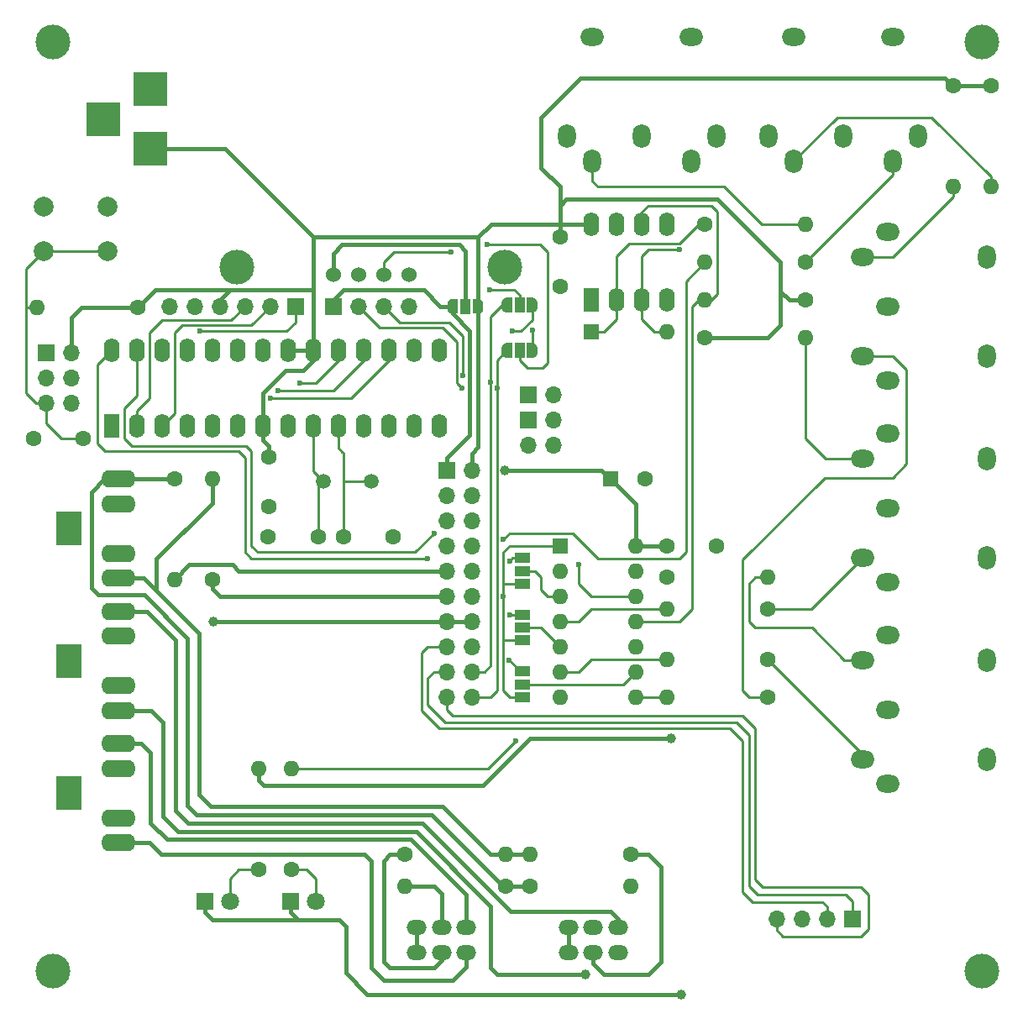
<source format=gtl>
G04 #@! TF.GenerationSoftware,KiCad,Pcbnew,(5.1.8)-1*
G04 #@! TF.CreationDate,2022-02-18T23:45:39+01:00*
G04 #@! TF.ProjectId,BulkyMIDI-32 Extras,42756c6b-794d-4494-9449-2d3332204578,rev?*
G04 #@! TF.SameCoordinates,Original*
G04 #@! TF.FileFunction,Copper,L1,Top*
G04 #@! TF.FilePolarity,Positive*
%FSLAX46Y46*%
G04 Gerber Fmt 4.6, Leading zero omitted, Abs format (unit mm)*
G04 Created by KiCad (PCBNEW (5.1.8)-1) date 2022-02-18 23:45:39*
%MOMM*%
%LPD*%
G01*
G04 APERTURE LIST*
G04 #@! TA.AperFunction,ComponentPad*
%ADD10C,1.500000*%
G04 #@! TD*
G04 #@! TA.AperFunction,ComponentPad*
%ADD11C,1.600000*%
G04 #@! TD*
G04 #@! TA.AperFunction,WasherPad*
%ADD12C,3.500000*%
G04 #@! TD*
G04 #@! TA.AperFunction,ComponentPad*
%ADD13C,1.524000*%
G04 #@! TD*
G04 #@! TA.AperFunction,ComponentPad*
%ADD14O,2.000000X1.524000*%
G04 #@! TD*
G04 #@! TA.AperFunction,ComponentPad*
%ADD15O,1.800000X2.400000*%
G04 #@! TD*
G04 #@! TA.AperFunction,WasherPad*
%ADD16O,2.400000X1.800000*%
G04 #@! TD*
G04 #@! TA.AperFunction,ComponentPad*
%ADD17R,3.500000X3.500000*%
G04 #@! TD*
G04 #@! TA.AperFunction,ComponentPad*
%ADD18R,1.600000X1.600000*%
G04 #@! TD*
G04 #@! TA.AperFunction,ComponentPad*
%ADD19O,1.600000X1.600000*%
G04 #@! TD*
G04 #@! TA.AperFunction,ComponentPad*
%ADD20R,1.700000X1.700000*%
G04 #@! TD*
G04 #@! TA.AperFunction,ComponentPad*
%ADD21O,1.700000X1.700000*%
G04 #@! TD*
G04 #@! TA.AperFunction,ComponentPad*
%ADD22O,2.400000X1.800000*%
G04 #@! TD*
G04 #@! TA.AperFunction,WasherPad*
%ADD23O,1.800000X2.400000*%
G04 #@! TD*
G04 #@! TA.AperFunction,ComponentPad*
%ADD24R,2.500000X3.500000*%
G04 #@! TD*
G04 #@! TA.AperFunction,ComponentPad*
%ADD25O,3.500000X1.750000*%
G04 #@! TD*
G04 #@! TA.AperFunction,SMDPad,CuDef*
%ADD26R,1.500000X1.000000*%
G04 #@! TD*
G04 #@! TA.AperFunction,ComponentPad*
%ADD27R,1.800000X1.800000*%
G04 #@! TD*
G04 #@! TA.AperFunction,ComponentPad*
%ADD28C,1.800000*%
G04 #@! TD*
G04 #@! TA.AperFunction,ComponentPad*
%ADD29C,2.000000*%
G04 #@! TD*
G04 #@! TA.AperFunction,ComponentPad*
%ADD30R,1.600000X2.400000*%
G04 #@! TD*
G04 #@! TA.AperFunction,ComponentPad*
%ADD31O,1.600000X2.400000*%
G04 #@! TD*
G04 #@! TA.AperFunction,SMDPad,CuDef*
%ADD32C,0.100000*%
G04 #@! TD*
G04 #@! TA.AperFunction,SMDPad,CuDef*
%ADD33R,1.000000X1.500000*%
G04 #@! TD*
G04 #@! TA.AperFunction,ViaPad*
%ADD34C,1.000000*%
G04 #@! TD*
G04 #@! TA.AperFunction,ViaPad*
%ADD35C,0.600000*%
G04 #@! TD*
G04 #@! TA.AperFunction,Conductor*
%ADD36C,0.381000*%
G04 #@! TD*
G04 #@! TA.AperFunction,Conductor*
%ADD37C,0.250000*%
G04 #@! TD*
G04 APERTURE END LIST*
D10*
X100584000Y-102108000D03*
X105464000Y-102108000D03*
D11*
X135255000Y-108585000D03*
X140255000Y-108585000D03*
D12*
X118910000Y-80518000D03*
X91910000Y-80518000D03*
D13*
X109220000Y-81280000D03*
X106680000Y-81280000D03*
X104140000Y-81280000D03*
X101600000Y-81280000D03*
D14*
X130338000Y-149566000D03*
X127838000Y-149566000D03*
X125338000Y-149566000D03*
X130338000Y-147066000D03*
X127838000Y-147066000D03*
X125338000Y-147066000D03*
X115022000Y-149566000D03*
X112522000Y-149566000D03*
X110022000Y-149566000D03*
X115022000Y-147066000D03*
X112522000Y-147066000D03*
X110022000Y-147066000D03*
D15*
X132715000Y-67310000D03*
D16*
X127715000Y-57310000D03*
X137715000Y-57310000D03*
D15*
X125215000Y-67310000D03*
X140215000Y-67310000D03*
X127715000Y-69810000D03*
X137715000Y-69810000D03*
X153035000Y-67310000D03*
D16*
X148035000Y-57310000D03*
X158035000Y-57310000D03*
D15*
X145535000Y-67310000D03*
X160535000Y-67310000D03*
X148035000Y-69810000D03*
X158035000Y-69810000D03*
D12*
X73355000Y-151435000D03*
X167005000Y-57785000D03*
X73355000Y-57785000D03*
D17*
X78485000Y-65580000D03*
X83185000Y-62580000D03*
X83185000Y-68580000D03*
D18*
X129540000Y-101854000D03*
D11*
X133040000Y-101854000D03*
X167894000Y-62230000D03*
D19*
X167894000Y-72390000D03*
D20*
X113030000Y-100965000D03*
D21*
X115570000Y-100965000D03*
X113030000Y-103505000D03*
X115570000Y-103505000D03*
X113030000Y-106045000D03*
X115570000Y-106045000D03*
X113030000Y-108585000D03*
X115570000Y-108585000D03*
X113030000Y-111125000D03*
X115570000Y-111125000D03*
X113030000Y-113665000D03*
X115570000Y-113665000D03*
X113030000Y-116205000D03*
X115570000Y-116205000D03*
X113030000Y-118745000D03*
X115570000Y-118745000D03*
X113030000Y-121285000D03*
X115570000Y-121285000D03*
X113030000Y-123825000D03*
X115570000Y-123825000D03*
D22*
X157480000Y-84471000D03*
D23*
X167480000Y-79471000D03*
X167480000Y-89471000D03*
D22*
X157480000Y-76971000D03*
X157480000Y-91971000D03*
X154980000Y-79471000D03*
X154980000Y-89471000D03*
X154980000Y-109791000D03*
X154980000Y-99791000D03*
X157480000Y-112291000D03*
X157480000Y-97291000D03*
D23*
X167480000Y-109791000D03*
X167480000Y-99791000D03*
D22*
X157480000Y-104791000D03*
X154980000Y-130111000D03*
X154980000Y-120111000D03*
X157480000Y-132611000D03*
X157480000Y-117611000D03*
D23*
X167480000Y-130111000D03*
X167480000Y-120111000D03*
D22*
X157480000Y-125111000D03*
D11*
X149225000Y-80010000D03*
D19*
X139065000Y-80010000D03*
X135255000Y-114935000D03*
D11*
X145415000Y-114935000D03*
D19*
X94107000Y-131064000D03*
D11*
X94107000Y-141224000D03*
X97409000Y-141224000D03*
D19*
X97409000Y-131064000D03*
X135255000Y-123825000D03*
D11*
X145415000Y-123825000D03*
X118999000Y-142875000D03*
D19*
X108839000Y-142875000D03*
D11*
X108839000Y-139700000D03*
D19*
X118999000Y-139700000D03*
X131572000Y-142875000D03*
D11*
X121412000Y-142875000D03*
D19*
X121412000Y-139700000D03*
D11*
X131572000Y-139700000D03*
X85598000Y-101848999D03*
D19*
X85598000Y-112008999D03*
X89408000Y-101854000D03*
D11*
X89408000Y-112014000D03*
X145415000Y-120015000D03*
D19*
X135255000Y-120015000D03*
D11*
X164084000Y-62230000D03*
D19*
X164084000Y-72390000D03*
X149225000Y-87630000D03*
D11*
X139065000Y-87630000D03*
X135255000Y-111760000D03*
D19*
X145415000Y-111760000D03*
X132080000Y-108585000D03*
X124460000Y-123825000D03*
X132080000Y-111125000D03*
X124460000Y-121285000D03*
X132080000Y-113665000D03*
X124460000Y-118745000D03*
X132080000Y-116205000D03*
X124460000Y-116205000D03*
X132080000Y-118745000D03*
X124460000Y-113665000D03*
X132080000Y-121285000D03*
X124460000Y-111125000D03*
X132080000Y-123825000D03*
D18*
X124460000Y-108585000D03*
D24*
X74933001Y-133528999D03*
D25*
X79939001Y-128528999D03*
X79939001Y-138528999D03*
X79939001Y-131028999D03*
X79939001Y-136028999D03*
X79939001Y-122688999D03*
X79939001Y-117688999D03*
X79939001Y-125188999D03*
X79939001Y-115188999D03*
D24*
X74933001Y-120188999D03*
X74933001Y-106848999D03*
D25*
X79939001Y-101848999D03*
X79939001Y-111848999D03*
X79939001Y-104348999D03*
X79939001Y-109348999D03*
D26*
X120650000Y-121255000D03*
X120650000Y-122555000D03*
X120650000Y-123855000D03*
X120650000Y-112425000D03*
X120650000Y-111125000D03*
X120650000Y-109825000D03*
X120650000Y-115540000D03*
X120650000Y-116840000D03*
X120650000Y-118140000D03*
D27*
X88646000Y-144399000D03*
D28*
X91186000Y-144399000D03*
X99822000Y-144399000D03*
D27*
X97282000Y-144399000D03*
D21*
X146304000Y-146177000D03*
X148844000Y-146177000D03*
X151384000Y-146177000D03*
D20*
X153924000Y-146177000D03*
D11*
X95097600Y-104648000D03*
X95097600Y-99648000D03*
X100076000Y-107696000D03*
X95076000Y-107696000D03*
X107616000Y-107696000D03*
X102616000Y-107696000D03*
X76374000Y-97790000D03*
X71374000Y-97790000D03*
D18*
X127635000Y-86995000D03*
D19*
X135255000Y-86995000D03*
D20*
X97790000Y-84455000D03*
D21*
X95250000Y-84455000D03*
X92710000Y-84455000D03*
X90170000Y-84455000D03*
X87630000Y-84455000D03*
X85090000Y-84455000D03*
D20*
X72644000Y-89154000D03*
D21*
X75184000Y-89154000D03*
X72644000Y-91694000D03*
X75184000Y-91694000D03*
X72644000Y-94234000D03*
X75184000Y-94234000D03*
D20*
X121285000Y-93345000D03*
D21*
X123825000Y-93345000D03*
D20*
X121285000Y-95885000D03*
D21*
X123825000Y-95885000D03*
X121285000Y-98425000D03*
X123825000Y-98425000D03*
D20*
X101600000Y-84455000D03*
D21*
X104140000Y-84455000D03*
X106680000Y-84455000D03*
X109220000Y-84455000D03*
D12*
X167005000Y-151435000D03*
D11*
X81915000Y-84582000D03*
D19*
X71755000Y-84582000D03*
D11*
X139065000Y-76200000D03*
D19*
X149225000Y-76200000D03*
X139065000Y-83820000D03*
D11*
X149225000Y-83820000D03*
D29*
X72390000Y-78922000D03*
X72390000Y-74422000D03*
X78890000Y-78922000D03*
X78890000Y-74422000D03*
D30*
X79248000Y-96520000D03*
D31*
X112268000Y-88900000D03*
X81788000Y-96520000D03*
X109728000Y-88900000D03*
X84328000Y-96520000D03*
X107188000Y-88900000D03*
X86868000Y-96520000D03*
X104648000Y-88900000D03*
X89408000Y-96520000D03*
X102108000Y-88900000D03*
X91948000Y-96520000D03*
X99568000Y-88900000D03*
X94488000Y-96520000D03*
X97028000Y-88900000D03*
X97028000Y-96520000D03*
X94488000Y-88900000D03*
X99568000Y-96520000D03*
X91948000Y-88900000D03*
X102108000Y-96520000D03*
X89408000Y-88900000D03*
X104648000Y-96520000D03*
X86868000Y-88900000D03*
X107188000Y-96520000D03*
X84328000Y-88900000D03*
X109728000Y-96520000D03*
X81788000Y-88900000D03*
X112268000Y-96520000D03*
X79248000Y-88900000D03*
D30*
X127635000Y-83820000D03*
D31*
X135255000Y-76200000D03*
X130175000Y-83820000D03*
X132715000Y-76200000D03*
X132715000Y-83820000D03*
X130175000Y-76200000D03*
X135255000Y-83820000D03*
X127635000Y-76200000D03*
G04 #@! TA.AperFunction,SMDPad,CuDef*
D32*
G36*
X115685000Y-83705000D02*
G01*
X116235000Y-83705000D01*
X116235000Y-83705602D01*
X116259534Y-83705602D01*
X116308365Y-83710412D01*
X116356490Y-83719984D01*
X116403445Y-83734228D01*
X116448778Y-83753005D01*
X116492051Y-83776136D01*
X116532850Y-83803396D01*
X116570779Y-83834524D01*
X116605476Y-83869221D01*
X116636604Y-83907150D01*
X116663864Y-83947949D01*
X116686995Y-83991222D01*
X116705772Y-84036555D01*
X116720016Y-84083510D01*
X116729588Y-84131635D01*
X116734398Y-84180466D01*
X116734398Y-84205000D01*
X116735000Y-84205000D01*
X116735000Y-84705000D01*
X116734398Y-84705000D01*
X116734398Y-84729534D01*
X116729588Y-84778365D01*
X116720016Y-84826490D01*
X116705772Y-84873445D01*
X116686995Y-84918778D01*
X116663864Y-84962051D01*
X116636604Y-85002850D01*
X116605476Y-85040779D01*
X116570779Y-85075476D01*
X116532850Y-85106604D01*
X116492051Y-85133864D01*
X116448778Y-85156995D01*
X116403445Y-85175772D01*
X116356490Y-85190016D01*
X116308365Y-85199588D01*
X116259534Y-85204398D01*
X116235000Y-85204398D01*
X116235000Y-85205000D01*
X115685000Y-85205000D01*
X115685000Y-83705000D01*
G37*
G04 #@! TD.AperFunction*
G04 #@! TA.AperFunction,SMDPad,CuDef*
G36*
X113635000Y-85204398D02*
G01*
X113610466Y-85204398D01*
X113561635Y-85199588D01*
X113513510Y-85190016D01*
X113466555Y-85175772D01*
X113421222Y-85156995D01*
X113377949Y-85133864D01*
X113337150Y-85106604D01*
X113299221Y-85075476D01*
X113264524Y-85040779D01*
X113233396Y-85002850D01*
X113206136Y-84962051D01*
X113183005Y-84918778D01*
X113164228Y-84873445D01*
X113149984Y-84826490D01*
X113140412Y-84778365D01*
X113135602Y-84729534D01*
X113135602Y-84705000D01*
X113135000Y-84705000D01*
X113135000Y-84205000D01*
X113135602Y-84205000D01*
X113135602Y-84180466D01*
X113140412Y-84131635D01*
X113149984Y-84083510D01*
X113164228Y-84036555D01*
X113183005Y-83991222D01*
X113206136Y-83947949D01*
X113233396Y-83907150D01*
X113264524Y-83869221D01*
X113299221Y-83834524D01*
X113337150Y-83803396D01*
X113377949Y-83776136D01*
X113421222Y-83753005D01*
X113466555Y-83734228D01*
X113513510Y-83719984D01*
X113561635Y-83710412D01*
X113610466Y-83705602D01*
X113635000Y-83705602D01*
X113635000Y-83705000D01*
X114185000Y-83705000D01*
X114185000Y-85205000D01*
X113635000Y-85205000D01*
X113635000Y-85204398D01*
G37*
G04 #@! TD.AperFunction*
D33*
X114935000Y-84455000D03*
X120396000Y-84328000D03*
G04 #@! TA.AperFunction,SMDPad,CuDef*
D32*
G36*
X119096000Y-85077398D02*
G01*
X119071466Y-85077398D01*
X119022635Y-85072588D01*
X118974510Y-85063016D01*
X118927555Y-85048772D01*
X118882222Y-85029995D01*
X118838949Y-85006864D01*
X118798150Y-84979604D01*
X118760221Y-84948476D01*
X118725524Y-84913779D01*
X118694396Y-84875850D01*
X118667136Y-84835051D01*
X118644005Y-84791778D01*
X118625228Y-84746445D01*
X118610984Y-84699490D01*
X118601412Y-84651365D01*
X118596602Y-84602534D01*
X118596602Y-84578000D01*
X118596000Y-84578000D01*
X118596000Y-84078000D01*
X118596602Y-84078000D01*
X118596602Y-84053466D01*
X118601412Y-84004635D01*
X118610984Y-83956510D01*
X118625228Y-83909555D01*
X118644005Y-83864222D01*
X118667136Y-83820949D01*
X118694396Y-83780150D01*
X118725524Y-83742221D01*
X118760221Y-83707524D01*
X118798150Y-83676396D01*
X118838949Y-83649136D01*
X118882222Y-83626005D01*
X118927555Y-83607228D01*
X118974510Y-83592984D01*
X119022635Y-83583412D01*
X119071466Y-83578602D01*
X119096000Y-83578602D01*
X119096000Y-83578000D01*
X119646000Y-83578000D01*
X119646000Y-85078000D01*
X119096000Y-85078000D01*
X119096000Y-85077398D01*
G37*
G04 #@! TD.AperFunction*
G04 #@! TA.AperFunction,SMDPad,CuDef*
G36*
X121146000Y-83578000D02*
G01*
X121696000Y-83578000D01*
X121696000Y-83578602D01*
X121720534Y-83578602D01*
X121769365Y-83583412D01*
X121817490Y-83592984D01*
X121864445Y-83607228D01*
X121909778Y-83626005D01*
X121953051Y-83649136D01*
X121993850Y-83676396D01*
X122031779Y-83707524D01*
X122066476Y-83742221D01*
X122097604Y-83780150D01*
X122124864Y-83820949D01*
X122147995Y-83864222D01*
X122166772Y-83909555D01*
X122181016Y-83956510D01*
X122190588Y-84004635D01*
X122195398Y-84053466D01*
X122195398Y-84078000D01*
X122196000Y-84078000D01*
X122196000Y-84578000D01*
X122195398Y-84578000D01*
X122195398Y-84602534D01*
X122190588Y-84651365D01*
X122181016Y-84699490D01*
X122166772Y-84746445D01*
X122147995Y-84791778D01*
X122124864Y-84835051D01*
X122097604Y-84875850D01*
X122066476Y-84913779D01*
X122031779Y-84948476D01*
X121993850Y-84979604D01*
X121953051Y-85006864D01*
X121909778Y-85029995D01*
X121864445Y-85048772D01*
X121817490Y-85063016D01*
X121769365Y-85072588D01*
X121720534Y-85077398D01*
X121696000Y-85077398D01*
X121696000Y-85078000D01*
X121146000Y-85078000D01*
X121146000Y-83578000D01*
G37*
G04 #@! TD.AperFunction*
G04 #@! TA.AperFunction,SMDPad,CuDef*
G36*
X121146000Y-88150000D02*
G01*
X121696000Y-88150000D01*
X121696000Y-88150602D01*
X121720534Y-88150602D01*
X121769365Y-88155412D01*
X121817490Y-88164984D01*
X121864445Y-88179228D01*
X121909778Y-88198005D01*
X121953051Y-88221136D01*
X121993850Y-88248396D01*
X122031779Y-88279524D01*
X122066476Y-88314221D01*
X122097604Y-88352150D01*
X122124864Y-88392949D01*
X122147995Y-88436222D01*
X122166772Y-88481555D01*
X122181016Y-88528510D01*
X122190588Y-88576635D01*
X122195398Y-88625466D01*
X122195398Y-88650000D01*
X122196000Y-88650000D01*
X122196000Y-89150000D01*
X122195398Y-89150000D01*
X122195398Y-89174534D01*
X122190588Y-89223365D01*
X122181016Y-89271490D01*
X122166772Y-89318445D01*
X122147995Y-89363778D01*
X122124864Y-89407051D01*
X122097604Y-89447850D01*
X122066476Y-89485779D01*
X122031779Y-89520476D01*
X121993850Y-89551604D01*
X121953051Y-89578864D01*
X121909778Y-89601995D01*
X121864445Y-89620772D01*
X121817490Y-89635016D01*
X121769365Y-89644588D01*
X121720534Y-89649398D01*
X121696000Y-89649398D01*
X121696000Y-89650000D01*
X121146000Y-89650000D01*
X121146000Y-88150000D01*
G37*
G04 #@! TD.AperFunction*
G04 #@! TA.AperFunction,SMDPad,CuDef*
G36*
X119096000Y-89649398D02*
G01*
X119071466Y-89649398D01*
X119022635Y-89644588D01*
X118974510Y-89635016D01*
X118927555Y-89620772D01*
X118882222Y-89601995D01*
X118838949Y-89578864D01*
X118798150Y-89551604D01*
X118760221Y-89520476D01*
X118725524Y-89485779D01*
X118694396Y-89447850D01*
X118667136Y-89407051D01*
X118644005Y-89363778D01*
X118625228Y-89318445D01*
X118610984Y-89271490D01*
X118601412Y-89223365D01*
X118596602Y-89174534D01*
X118596602Y-89150000D01*
X118596000Y-89150000D01*
X118596000Y-88650000D01*
X118596602Y-88650000D01*
X118596602Y-88625466D01*
X118601412Y-88576635D01*
X118610984Y-88528510D01*
X118625228Y-88481555D01*
X118644005Y-88436222D01*
X118667136Y-88392949D01*
X118694396Y-88352150D01*
X118725524Y-88314221D01*
X118760221Y-88279524D01*
X118798150Y-88248396D01*
X118838949Y-88221136D01*
X118882222Y-88198005D01*
X118927555Y-88179228D01*
X118974510Y-88164984D01*
X119022635Y-88155412D01*
X119071466Y-88150602D01*
X119096000Y-88150602D01*
X119096000Y-88150000D01*
X119646000Y-88150000D01*
X119646000Y-89650000D01*
X119096000Y-89650000D01*
X119096000Y-89649398D01*
G37*
G04 #@! TD.AperFunction*
D33*
X120396000Y-88900000D03*
D11*
X124460000Y-77470000D03*
X124460000Y-82470000D03*
D34*
X136652000Y-153835000D03*
X135636000Y-128016000D03*
X118935000Y-100965000D03*
X89535000Y-116205000D03*
D35*
X120015000Y-128270000D03*
X118745000Y-107950000D03*
X111125000Y-109855000D03*
D34*
X127000000Y-151765000D03*
D35*
X88138000Y-86985000D03*
X136525000Y-78740000D03*
X96012000Y-92964000D03*
X98297994Y-92202000D03*
X95250000Y-93726000D03*
X126365000Y-110490000D03*
X111760000Y-107315000D03*
X117348000Y-82804000D03*
X113537996Y-78994000D03*
X117094000Y-78232000D03*
X117475000Y-92075000D03*
X114671010Y-91440000D03*
X118110000Y-92710000D03*
X114554000Y-92710000D03*
X121696009Y-86898025D03*
X119634000Y-86985000D03*
X119370000Y-120142000D03*
X119380000Y-115544600D03*
X119392702Y-110134400D03*
X118745000Y-113665000D03*
D36*
X97282000Y-144399000D02*
X97282000Y-145034000D01*
X97282000Y-144399000D02*
X97282000Y-145542000D01*
X97282000Y-145542000D02*
X98044000Y-146304000D01*
X88646000Y-145542000D02*
X88646000Y-144399000D01*
X89408000Y-146304000D02*
X88646000Y-145542000D01*
X98044000Y-146304000D02*
X89408000Y-146304000D01*
X105067000Y-153835000D02*
X136652000Y-153835000D01*
X102870000Y-151638000D02*
X105067000Y-153835000D01*
X102235000Y-146304000D02*
X102870000Y-146939000D01*
X102870000Y-146939000D02*
X102870000Y-151638000D01*
X98044000Y-146304000D02*
X102235000Y-146304000D01*
X101600000Y-83820000D02*
X101600000Y-84455000D01*
X110744000Y-82804000D02*
X102616000Y-82804000D01*
X112395000Y-84455000D02*
X110744000Y-82804000D01*
X102616000Y-82804000D02*
X101600000Y-83820000D01*
X113635000Y-84455000D02*
X112395000Y-84455000D01*
X115361512Y-86929104D02*
X113635000Y-85202592D01*
X115316000Y-97448000D02*
X115316000Y-91816954D01*
X115361512Y-91771442D02*
X115361512Y-86929104D01*
X115316000Y-91816954D02*
X115361512Y-91771442D01*
X113030000Y-99734000D02*
X115316000Y-97448000D01*
X113635000Y-85202592D02*
X113635000Y-84455000D01*
X113030000Y-100965000D02*
X113030000Y-99734000D01*
X132080000Y-108585000D02*
X135255000Y-108585000D01*
X127635000Y-76200000D02*
X125730000Y-76200000D01*
X167894000Y-62230000D02*
X164084000Y-62230000D01*
X163284001Y-61430001D02*
X126529999Y-61430001D01*
X164084000Y-62230000D02*
X163284001Y-61430001D01*
X126529999Y-61430001D02*
X126492000Y-61468000D01*
X122555000Y-65405000D02*
X126492000Y-61468000D01*
X124460000Y-76200000D02*
X124460000Y-75565000D01*
X125730000Y-76200000D02*
X124460000Y-76200000D01*
X124460000Y-77470000D02*
X124460000Y-76200000D01*
X99568000Y-88900000D02*
X97028000Y-88900000D01*
X116235000Y-77500000D02*
X116205000Y-77470000D01*
X116235000Y-84455000D02*
X116235000Y-77500000D01*
X116205000Y-77470000D02*
X99568000Y-77470000D01*
X90170000Y-84455000D02*
X90170000Y-83820000D01*
X90170000Y-83820000D02*
X91186000Y-82804000D01*
X96520000Y-82804000D02*
X96550000Y-82834000D01*
X91186000Y-82804000D02*
X96520000Y-82804000D01*
X99538000Y-82834000D02*
X99568000Y-82804000D01*
X96550000Y-82834000D02*
X99538000Y-82834000D01*
X99568000Y-82804000D02*
X99568000Y-77470000D01*
X99568000Y-88900000D02*
X99568000Y-82804000D01*
X83693000Y-82804000D02*
X81915000Y-84582000D01*
X91186000Y-82804000D02*
X83693000Y-82804000D01*
X124460000Y-75565000D02*
X124460000Y-74295000D01*
X94107000Y-132207000D02*
X94107000Y-131064000D01*
X94615000Y-132715000D02*
X94107000Y-132207000D01*
X116713000Y-132715000D02*
X94615000Y-132715000D01*
X121412000Y-128016000D02*
X116713000Y-132715000D01*
X132080000Y-128016000D02*
X121412000Y-128016000D01*
X81915000Y-84582000D02*
X76200000Y-84582000D01*
X75184000Y-85598000D02*
X75184000Y-89154000D01*
X76200000Y-84582000D02*
X75184000Y-85598000D01*
X135636000Y-128016000D02*
X132080000Y-128016000D01*
X94488000Y-97942400D02*
X95097600Y-98552000D01*
X94488000Y-96520000D02*
X94488000Y-97942400D01*
X95097600Y-99648000D02*
X95097600Y-98552000D01*
X94488000Y-93218000D02*
X94488000Y-96520000D01*
X96774000Y-90932000D02*
X94488000Y-93218000D01*
X98552000Y-90932000D02*
X96774000Y-90932000D01*
X99568000Y-89916000D02*
X98552000Y-90932000D01*
X99568000Y-88900000D02*
X99568000Y-89916000D01*
X115570000Y-99314000D02*
X116235000Y-98649000D01*
X115570000Y-100965000D02*
X115570000Y-99314000D01*
X116235000Y-84455000D02*
X116235000Y-98649000D01*
X132080000Y-104394000D02*
X129540000Y-101854000D01*
X132080000Y-108585000D02*
X132080000Y-104394000D01*
X145415000Y-87630000D02*
X139065000Y-87630000D01*
X146685000Y-86360000D02*
X145415000Y-87630000D01*
X124460000Y-74295000D02*
X124460000Y-72390000D01*
X122555000Y-70485000D02*
X122555000Y-65405000D01*
X124460000Y-72390000D02*
X122555000Y-70485000D01*
X117535000Y-76200000D02*
X116235000Y-77500000D01*
X124460000Y-76200000D02*
X117535000Y-76200000D01*
X146685000Y-80010000D02*
X146685000Y-81280000D01*
X140335000Y-73660000D02*
X146685000Y-80010000D01*
X138126446Y-73660000D02*
X140335000Y-73660000D01*
X138126443Y-73660003D02*
X138126446Y-73660000D01*
X137463559Y-73660003D02*
X138126443Y-73660003D01*
X125095000Y-73660000D02*
X137463556Y-73660000D01*
X137463556Y-73660000D02*
X137463559Y-73660003D01*
X124460000Y-74295000D02*
X125095000Y-73660000D01*
X90678000Y-68580000D02*
X99568000Y-77470000D01*
X83185000Y-68580000D02*
X90678000Y-68580000D01*
X147574000Y-83820000D02*
X146685000Y-82931000D01*
X149225000Y-83820000D02*
X147574000Y-83820000D01*
X146685000Y-82931000D02*
X146685000Y-86360000D01*
X146685000Y-81280000D02*
X146685000Y-82931000D01*
X128651000Y-100965000D02*
X129540000Y-101854000D01*
X118935000Y-100965000D02*
X128651000Y-100965000D01*
D37*
X148590000Y-80010000D02*
X149225000Y-80010000D01*
X158035000Y-71200000D02*
X149225000Y-80010000D01*
X158035000Y-69810000D02*
X158035000Y-71200000D01*
X167894000Y-71374000D02*
X167894000Y-72390000D01*
X161925000Y-65405000D02*
X167894000Y-71374000D01*
X152400000Y-65405000D02*
X161925000Y-65405000D01*
X148035000Y-69770000D02*
X152400000Y-65405000D01*
X148035000Y-69810000D02*
X148035000Y-69770000D01*
X143510000Y-123825000D02*
X145415000Y-123825000D01*
X142875000Y-109982000D02*
X142875000Y-123190000D01*
X142875000Y-123190000D02*
X143510000Y-123825000D01*
X151130000Y-101727000D02*
X142875000Y-109982000D01*
X157988000Y-101727000D02*
X151130000Y-101727000D01*
X159385000Y-100330000D02*
X157988000Y-101727000D01*
X159385000Y-90805000D02*
X159385000Y-100330000D01*
X158051000Y-89471000D02*
X159385000Y-90805000D01*
X154980000Y-89471000D02*
X158051000Y-89471000D01*
X164084000Y-73406000D02*
X164084000Y-72390000D01*
X158019000Y-79471000D02*
X164084000Y-73406000D01*
X154980000Y-79471000D02*
X158019000Y-79471000D01*
X132080000Y-123825000D02*
X135255000Y-123825000D01*
X146939000Y-147955000D02*
X146304000Y-147320000D01*
X155575000Y-147193000D02*
X154813000Y-147955000D01*
X155575000Y-143764000D02*
X155575000Y-147193000D01*
X146304000Y-147320000D02*
X146304000Y-146177000D01*
X154813000Y-147955000D02*
X146939000Y-147955000D01*
X154813000Y-143002000D02*
X155575000Y-143764000D01*
X144907000Y-143002000D02*
X154813000Y-143002000D01*
X144145000Y-142240000D02*
X144907000Y-143002000D01*
X144145000Y-127000000D02*
X144145000Y-142240000D01*
X142875000Y-125730000D02*
X144145000Y-127000000D01*
X113665000Y-125730000D02*
X142875000Y-125730000D01*
X113030000Y-125095000D02*
X113665000Y-125730000D01*
X113030000Y-123825000D02*
X113030000Y-125095000D01*
X153289000Y-143764000D02*
X153924000Y-144399000D01*
X144399000Y-143764000D02*
X153289000Y-143764000D01*
X143510000Y-142875000D02*
X144399000Y-143764000D01*
X153924000Y-144399000D02*
X153924000Y-146177000D01*
X143510000Y-127635000D02*
X143510000Y-142875000D01*
X112903000Y-126365000D02*
X142240000Y-126365000D01*
X111125000Y-121920000D02*
X111125000Y-124587000D01*
X142240000Y-126365000D02*
X143510000Y-127635000D01*
X111760000Y-121285000D02*
X111125000Y-121920000D01*
X111125000Y-124587000D02*
X112903000Y-126365000D01*
X113030000Y-121285000D02*
X111760000Y-121285000D01*
X110490000Y-119380000D02*
X111125000Y-118745000D01*
X110490000Y-125222000D02*
X110490000Y-119380000D01*
X112268000Y-127000000D02*
X110490000Y-125222000D01*
X142875000Y-128270000D02*
X141605000Y-127000000D01*
X142875000Y-143510000D02*
X142875000Y-128270000D01*
X143891000Y-144526000D02*
X142875000Y-143510000D01*
X150939500Y-144526000D02*
X143891000Y-144526000D01*
X151384000Y-144970500D02*
X150939500Y-144526000D01*
X111125000Y-118745000D02*
X113030000Y-118745000D01*
X141605000Y-127000000D02*
X112268000Y-127000000D01*
X151384000Y-146177000D02*
X151384000Y-144970500D01*
D36*
X125338000Y-147066000D02*
X125338000Y-149566000D01*
X110022000Y-147066000D02*
X110022000Y-149566000D01*
X115570000Y-116205000D02*
X113030000Y-116205000D01*
X113030000Y-116205000D02*
X89535000Y-116205000D01*
X92710000Y-113665000D02*
X113030000Y-113665000D01*
X89408000Y-112014000D02*
X89408000Y-112903000D01*
X90170000Y-113665000D02*
X92710000Y-113665000D01*
X89408000Y-112903000D02*
X90170000Y-113665000D01*
X113030000Y-111125000D02*
X92075000Y-111125000D01*
X92075000Y-111125000D02*
X91440000Y-110490000D01*
X87116999Y-110490000D02*
X85598000Y-112008999D01*
X91440000Y-110490000D02*
X87116999Y-110490000D01*
D37*
X149836000Y-114935000D02*
X145415000Y-114935000D01*
X154980000Y-109791000D02*
X149836000Y-114935000D01*
X149225000Y-87630000D02*
X149225000Y-97790000D01*
X151226000Y-99791000D02*
X154980000Y-99791000D01*
X149225000Y-97790000D02*
X151226000Y-99791000D01*
X154980000Y-129580000D02*
X154980000Y-130111000D01*
X145415000Y-120015000D02*
X154980000Y-129580000D01*
X153131000Y-120111000D02*
X154980000Y-120111000D01*
X149860000Y-116840000D02*
X153131000Y-120111000D01*
X144145000Y-116840000D02*
X149860000Y-116840000D01*
X143510000Y-116205000D02*
X144145000Y-116840000D01*
X143510000Y-112395000D02*
X143510000Y-116205000D01*
X144145000Y-111760000D02*
X143510000Y-112395000D01*
X145415000Y-111760000D02*
X144145000Y-111760000D01*
X126365000Y-116205000D02*
X124460000Y-116205000D01*
X127635000Y-114935000D02*
X126365000Y-116205000D01*
X135255000Y-114935000D02*
X127635000Y-114935000D01*
X112141000Y-131064000D02*
X97409000Y-131064000D01*
X117221000Y-131064000D02*
X112141000Y-131064000D01*
X120015000Y-128270000D02*
X117221000Y-131064000D01*
D36*
X118999000Y-142875000D02*
X121412000Y-142875000D01*
X79939001Y-101848999D02*
X85598000Y-101848999D01*
X77216000Y-103187500D02*
X78554501Y-101848999D01*
X82550000Y-113538000D02*
X77914500Y-113538000D01*
X78554501Y-101848999D02*
X79939001Y-101848999D01*
X86931500Y-134810500D02*
X86931500Y-117919500D01*
X77216000Y-112839500D02*
X77216000Y-103187500D01*
X77914500Y-113538000D02*
X77216000Y-112839500D01*
X86931500Y-117919500D02*
X82550000Y-113538000D01*
X87820500Y-135699500D02*
X86931500Y-134810500D01*
X111569500Y-135699500D02*
X87820500Y-135699500D01*
X118745000Y-142875000D02*
X111569500Y-135699500D01*
X118999000Y-142875000D02*
X118745000Y-142875000D01*
X118999000Y-139700000D02*
X121412000Y-139700000D01*
X82524501Y-111848999D02*
X79939001Y-111848999D01*
X88074500Y-133667500D02*
X88074500Y-117398998D01*
X89281000Y-134874000D02*
X88074500Y-133667500D01*
X112649000Y-134874000D02*
X89281000Y-134874000D01*
X117475000Y-139700000D02*
X112649000Y-134874000D01*
X118999000Y-139700000D02*
X117475000Y-139700000D01*
X88074500Y-117398998D02*
X83762751Y-113087249D01*
X83762751Y-113087249D02*
X82524501Y-111848999D01*
X89408000Y-104267000D02*
X89408000Y-101854000D01*
X83762751Y-109912249D02*
X89408000Y-104267000D01*
X83762751Y-113087249D02*
X83762751Y-109912249D01*
D37*
X126365000Y-121285000D02*
X124460000Y-121285000D01*
X127635000Y-120015000D02*
X126365000Y-121285000D01*
X135255000Y-120015000D02*
X127635000Y-120015000D01*
X78613000Y-99060000D02*
X77851000Y-98298000D01*
X92075000Y-99060000D02*
X78613000Y-99060000D01*
X92710000Y-99695000D02*
X92075000Y-99060000D01*
X92710000Y-109220000D02*
X92710000Y-99695000D01*
X77851000Y-90297000D02*
X79248000Y-88900000D01*
X93345000Y-109855000D02*
X92710000Y-109220000D01*
X77851000Y-98298000D02*
X77851000Y-90297000D01*
X111125000Y-109855000D02*
X93345000Y-109855000D01*
X119380000Y-107315000D02*
X118745000Y-107950000D01*
X125730000Y-107315000D02*
X119380000Y-107315000D01*
X128270000Y-109855000D02*
X125730000Y-107315000D01*
X136525000Y-109855000D02*
X128270000Y-109855000D01*
X137160000Y-109220000D02*
X136525000Y-109855000D01*
X137160000Y-81915000D02*
X137160000Y-109220000D01*
X139065000Y-80010000D02*
X137160000Y-81915000D01*
X130810000Y-122555000D02*
X132080000Y-121285000D01*
X120650000Y-122555000D02*
X130810000Y-122555000D01*
X120650000Y-111125000D02*
X121920000Y-111125000D01*
X121920000Y-111125000D02*
X122555000Y-111760000D01*
X122555000Y-111760000D02*
X122555000Y-113030000D01*
X123190000Y-113665000D02*
X124460000Y-113665000D01*
X122555000Y-113030000D02*
X123190000Y-113665000D01*
X120650000Y-116840000D02*
X122555000Y-116840000D01*
X122555000Y-116840000D02*
X124460000Y-118745000D01*
X92075000Y-141224000D02*
X94107000Y-141224000D01*
X91186000Y-142113000D02*
X92075000Y-141224000D01*
X91186000Y-144399000D02*
X91186000Y-142113000D01*
X99822000Y-142113000D02*
X98933000Y-141224000D01*
X98933000Y-141224000D02*
X97409000Y-141224000D01*
X99822000Y-144399000D02*
X99822000Y-142113000D01*
D36*
X82291001Y-128528999D02*
X79939001Y-128528999D01*
X83185000Y-129422998D02*
X82291001Y-128528999D01*
X83185000Y-136525000D02*
X83185000Y-129422998D01*
X84836000Y-138176000D02*
X83185000Y-136525000D01*
X109410500Y-138176000D02*
X84836000Y-138176000D01*
X115022000Y-143787500D02*
X109410500Y-138176000D01*
X115022000Y-147066000D02*
X115022000Y-143787500D01*
X113665000Y-152400000D02*
X115022000Y-151043000D01*
X105410000Y-151130000D02*
X106680000Y-152400000D01*
X106680000Y-152400000D02*
X113665000Y-152400000D01*
X105410000Y-140335000D02*
X105410000Y-151130000D01*
X104775000Y-139700000D02*
X105410000Y-140335000D01*
X84264500Y-139700000D02*
X104775000Y-139700000D01*
X83093499Y-138528999D02*
X84264500Y-139700000D01*
X115022000Y-151043000D02*
X115022000Y-149566000D01*
X79939001Y-138528999D02*
X83093499Y-138528999D01*
X117475000Y-151130000D02*
X118110000Y-151765000D01*
X109982000Y-137414000D02*
X117475000Y-144907000D01*
X85979000Y-137414000D02*
X109982000Y-137414000D01*
X84455000Y-135890000D02*
X85979000Y-137414000D01*
X118110000Y-151765000D02*
X127000000Y-151765000D01*
X117475000Y-144907000D02*
X117475000Y-151130000D01*
X84455000Y-126365000D02*
X84455000Y-135890000D01*
X83278999Y-125188999D02*
X84455000Y-126365000D01*
X79939001Y-125188999D02*
X83278999Y-125188999D01*
X85725000Y-118110000D02*
X82803999Y-115188999D01*
X86995000Y-136525000D02*
X85725000Y-135255000D01*
X110617000Y-136525000D02*
X86995000Y-136525000D01*
X119507000Y-145415000D02*
X110617000Y-136525000D01*
X85725000Y-135255000D02*
X85725000Y-118110000D01*
X129540000Y-145415000D02*
X119507000Y-145415000D01*
X130338000Y-146213000D02*
X129540000Y-145415000D01*
X82803999Y-115188999D02*
X79939001Y-115188999D01*
X130338000Y-147066000D02*
X130338000Y-146213000D01*
X112522000Y-147066000D02*
X112522000Y-143637000D01*
X111760000Y-142875000D02*
X108839000Y-142875000D01*
X112522000Y-143637000D02*
X111760000Y-142875000D01*
X112522000Y-150368000D02*
X112522000Y-149566000D01*
X107315000Y-151130000D02*
X111760000Y-151130000D01*
X106680000Y-150495000D02*
X107315000Y-151130000D01*
X111760000Y-151130000D02*
X112522000Y-150368000D01*
X107315000Y-139700000D02*
X106680000Y-140335000D01*
X108839000Y-139700000D02*
X107315000Y-139700000D01*
X106680000Y-140335000D02*
X106680000Y-150495000D01*
X127838000Y-149566000D02*
X127929000Y-149566000D01*
X133350000Y-139700000D02*
X131572000Y-139700000D01*
X134620000Y-140970000D02*
X133350000Y-139700000D01*
X134620000Y-150495000D02*
X134620000Y-140970000D01*
X133350000Y-151765000D02*
X134620000Y-150495000D01*
X128905000Y-151765000D02*
X133350000Y-151765000D01*
X127838000Y-150698000D02*
X128905000Y-151765000D01*
X127838000Y-149566000D02*
X127838000Y-150698000D01*
D37*
X99568000Y-101092000D02*
X100584000Y-102108000D01*
X99568000Y-96520000D02*
X99568000Y-101092000D01*
X100076000Y-102616000D02*
X100584000Y-102108000D01*
X100076000Y-107696000D02*
X100076000Y-102616000D01*
X102108000Y-96520000D02*
X102108000Y-98752000D01*
X102616000Y-99260000D02*
X102516000Y-99160000D01*
X102108000Y-98752000D02*
X102516000Y-99160000D01*
X105464000Y-102108000D02*
X102616000Y-102108000D01*
X102616000Y-102108000D02*
X102616000Y-99260000D01*
X102616000Y-107696000D02*
X102616000Y-102108000D01*
X71755000Y-84582000D02*
X70612000Y-84582000D01*
X76374000Y-97790000D02*
X74168000Y-97790000D01*
X72644000Y-96266000D02*
X72644000Y-94234000D01*
X74168000Y-97790000D02*
X72644000Y-96266000D01*
X72390000Y-78922000D02*
X78890000Y-78922000D01*
X70612000Y-80700000D02*
X72390000Y-78922000D01*
X70612000Y-84582000D02*
X70612000Y-80700000D01*
X70612000Y-85725000D02*
X70612000Y-84582000D01*
X70612000Y-93218000D02*
X70612000Y-85725000D01*
X71628000Y-94234000D02*
X70612000Y-93218000D01*
X72644000Y-94234000D02*
X71628000Y-94234000D01*
X88255000Y-86868000D02*
X88138000Y-86985000D01*
X97790000Y-84455000D02*
X97790000Y-86106000D01*
X96911000Y-86985000D02*
X97790000Y-86106000D01*
X88138000Y-86985000D02*
X96911000Y-86985000D01*
X130175000Y-83820000D02*
X130175000Y-85725000D01*
X128905000Y-86995000D02*
X127635000Y-86995000D01*
X130175000Y-85725000D02*
X128905000Y-86995000D01*
X130175000Y-79375000D02*
X130175000Y-83820000D01*
X136525000Y-78105000D02*
X131445000Y-78105000D01*
X138430000Y-76200000D02*
X136525000Y-78105000D01*
X131445000Y-78105000D02*
X130175000Y-79375000D01*
X139065000Y-76200000D02*
X138430000Y-76200000D01*
X132715000Y-83820000D02*
X132715000Y-85725000D01*
X133985000Y-86995000D02*
X135255000Y-86995000D01*
X132715000Y-85725000D02*
X133985000Y-86995000D01*
X133350000Y-78740000D02*
X136525000Y-78740000D01*
X132715000Y-83820000D02*
X132715000Y-79375000D01*
X132715000Y-79375000D02*
X133350000Y-78740000D01*
X147320000Y-76200000D02*
X149225000Y-76200000D01*
X127715000Y-69810000D02*
X127715000Y-71835000D01*
X127715000Y-71835000D02*
X128270000Y-72390000D01*
X128270000Y-72390000D02*
X140970000Y-72390000D01*
X140970000Y-72390000D02*
X144780000Y-76200000D01*
X144780000Y-76200000D02*
X147320000Y-76200000D01*
X101600000Y-92964000D02*
X96012000Y-92964000D01*
X104648000Y-89916000D02*
X101600000Y-92964000D01*
X104648000Y-88900000D02*
X104648000Y-89916000D01*
X99822000Y-92202000D02*
X98297994Y-92202000D01*
X102108000Y-89916000D02*
X99822000Y-92202000D01*
X102108000Y-88900000D02*
X102108000Y-89916000D01*
X103378000Y-93726000D02*
X95250000Y-93726000D01*
X107188000Y-89916000D02*
X103378000Y-93726000D01*
X107188000Y-88900000D02*
X107188000Y-89916000D01*
X139700000Y-83820000D02*
X139065000Y-83820000D01*
X140335000Y-83185000D02*
X139700000Y-83820000D01*
X140335000Y-74930000D02*
X140335000Y-83185000D01*
X139700000Y-74295000D02*
X140335000Y-74930000D01*
X133350000Y-74295000D02*
X139700000Y-74295000D01*
X132715000Y-74930000D02*
X133350000Y-74295000D01*
X132715000Y-76200000D02*
X132715000Y-74930000D01*
X133350000Y-116205000D02*
X132080000Y-116205000D01*
X136525000Y-116205000D02*
X133350000Y-116205000D01*
X137795000Y-114935000D02*
X136525000Y-116205000D01*
X137795000Y-84455000D02*
X137795000Y-114935000D01*
X138430000Y-83820000D02*
X137795000Y-84455000D01*
X139065000Y-83820000D02*
X138430000Y-83820000D01*
X81788000Y-88900000D02*
X81788000Y-93472000D01*
X81788000Y-93472000D02*
X80518000Y-94742000D01*
X80518000Y-94742000D02*
X80518000Y-97790000D01*
X80518000Y-97790000D02*
X81280000Y-98552000D01*
X81280000Y-98552000D02*
X92837000Y-98552000D01*
X92837000Y-98552000D02*
X93345000Y-99060000D01*
X93345000Y-99060000D02*
X93345000Y-108585000D01*
X93345000Y-108585000D02*
X93980000Y-109220000D01*
X93980000Y-109220000D02*
X109855000Y-109220000D01*
X109855000Y-109220000D02*
X111760000Y-107315000D01*
X126365000Y-112395000D02*
X126365000Y-110490000D01*
X127635000Y-113665000D02*
X126365000Y-112395000D01*
X132080000Y-113665000D02*
X127635000Y-113665000D01*
X120396000Y-84328000D02*
X120396000Y-83328000D01*
X120396000Y-83328000D02*
X119872000Y-82804000D01*
X119872000Y-82804000D02*
X117348000Y-82804000D01*
X106680000Y-80010000D02*
X107696000Y-78994000D01*
X106680000Y-81280000D02*
X106680000Y-80010000D01*
X107696000Y-78994000D02*
X113537996Y-78994000D01*
X120396000Y-88900000D02*
X120396000Y-89916000D01*
X120396000Y-89916000D02*
X121158000Y-90678000D01*
X121158000Y-90678000D02*
X122682000Y-90678000D01*
X122682000Y-90678000D02*
X123190000Y-90170000D01*
X123190000Y-90170000D02*
X123190000Y-78994000D01*
X122428000Y-78232000D02*
X117094000Y-78232000D01*
X123190000Y-78994000D02*
X122428000Y-78232000D01*
D36*
X114935000Y-84455000D02*
X114935000Y-78867000D01*
X114935000Y-78867000D02*
X114300000Y-78232000D01*
X114300000Y-78232000D02*
X102489000Y-78232000D01*
X101600000Y-79121000D02*
X101600000Y-81280000D01*
X102489000Y-78232000D02*
X101600000Y-79121000D01*
D37*
X117475000Y-120650000D02*
X116840000Y-121285000D01*
X116840000Y-121285000D02*
X115570000Y-121285000D01*
X118618000Y-84328000D02*
X117475000Y-85471000D01*
X119096000Y-84328000D02*
X118618000Y-84328000D01*
X117475000Y-85471000D02*
X117475000Y-92075000D01*
X117475000Y-92075000D02*
X117475000Y-120650000D01*
X114671010Y-87493010D02*
X114671010Y-91440000D01*
X113284000Y-86106000D02*
X114671010Y-87493010D01*
X108331000Y-86106000D02*
X113284000Y-86106000D01*
X106680000Y-84455000D02*
X108331000Y-86106000D01*
X118110000Y-89886000D02*
X119096000Y-88900000D01*
X117475000Y-123825000D02*
X118110000Y-123190000D01*
X115570000Y-123825000D02*
X117475000Y-123825000D01*
X118110000Y-91948000D02*
X118110000Y-89886000D01*
X118110000Y-123190000D02*
X118110000Y-92710000D01*
X118110000Y-92710000D02*
X118110000Y-91948000D01*
X114046000Y-92202000D02*
X114554000Y-92710000D01*
X114046000Y-88011000D02*
X114046000Y-92202000D01*
X112649000Y-86614000D02*
X114046000Y-88011000D01*
X106299000Y-86614000D02*
X112649000Y-86614000D01*
X104140000Y-84455000D02*
X106299000Y-86614000D01*
X95250000Y-85090000D02*
X95250000Y-84455000D01*
X121696000Y-88900000D02*
X121696000Y-86898034D01*
X121696000Y-86898034D02*
X121696009Y-86898025D01*
X85598000Y-95250000D02*
X84328000Y-96520000D01*
X85598000Y-87122000D02*
X85598000Y-95250000D01*
X86360000Y-86360000D02*
X85598000Y-87122000D01*
X93345000Y-86360000D02*
X86360000Y-86360000D01*
X95250000Y-84455000D02*
X93345000Y-86360000D01*
X120533000Y-86985000D02*
X119634000Y-86985000D01*
X121696000Y-85822000D02*
X120533000Y-86985000D01*
X121696000Y-84328000D02*
X121696000Y-85822000D01*
X81788000Y-94996000D02*
X81788000Y-96520000D01*
X83058000Y-93726000D02*
X81788000Y-94996000D01*
X83058000Y-87122000D02*
X83058000Y-93726000D01*
X84328000Y-85852000D02*
X83058000Y-87122000D01*
X91313000Y-85852000D02*
X84328000Y-85852000D01*
X92710000Y-84455000D02*
X91313000Y-85852000D01*
X120483000Y-121255000D02*
X119370000Y-120142000D01*
X120650000Y-121255000D02*
X120483000Y-121255000D01*
X120619982Y-115570018D02*
X120650000Y-115540000D01*
X119384600Y-115540000D02*
X119380000Y-115544600D01*
X120650000Y-115540000D02*
X119384600Y-115540000D01*
X119702102Y-109825000D02*
X119392702Y-110134400D01*
X120650000Y-109825000D02*
X119702102Y-109825000D01*
X120650000Y-112425000D02*
X118775000Y-112425000D01*
X118775000Y-112425000D02*
X118745000Y-112395000D01*
X118745000Y-113030000D02*
X118745000Y-112395000D01*
X120620000Y-118110000D02*
X120650000Y-118140000D01*
X118745000Y-118110000D02*
X120620000Y-118110000D01*
X118745000Y-118110000D02*
X118745000Y-123190000D01*
X119410000Y-123855000D02*
X120650000Y-123855000D01*
X118745000Y-123190000D02*
X119410000Y-123855000D01*
X118745000Y-113030000D02*
X118745000Y-113665000D01*
X118745000Y-113665000D02*
X118745000Y-118110000D01*
X118729599Y-109235401D02*
X119380000Y-108585000D01*
X118729599Y-112379599D02*
X118729599Y-109235401D01*
X118745000Y-112395000D02*
X118729599Y-112379599D01*
X119380000Y-108585000D02*
X124460000Y-108585000D01*
M02*

</source>
